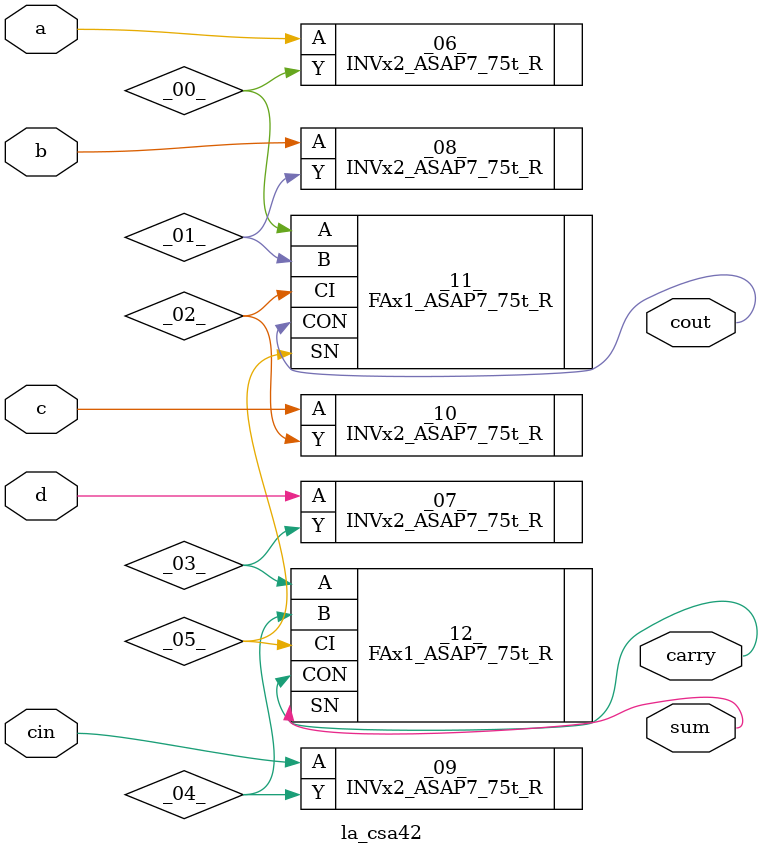
<source format=v>

/* Generated by Yosys 0.44 (git sha1 80ba43d26, g++ 11.4.0-1ubuntu1~22.04 -fPIC -O3) */

(* top =  1  *)
(* src = "inputs/la_csa42.v:10.1-28.10" *)
module la_csa42 (
    a,
    b,
    c,
    d,
    cin,
    sum,
    carry,
    cout
);
  (* force_downto = 32'b00000000000000000000000000000001 *)
  (* src = "/home/pgadfort/.sc/cache/lambdapdk-v0.1.33/lambdapdk/asap7/libs/asap7sc7p5t_rvt/techmap/yosys/cells_adders.v:6.25-6.26" *)
  wire _00_;
  (* force_downto = 32'b00000000000000000000000000000001 *)
      (* src = "/home/pgadfort/.sc/cache/lambdapdk-v0.1.33/lambdapdk/asap7/libs/asap7sc7p5t_rvt/techmap/yosys/cells_adders.v:6.28-6.29" *)
  wire _01_;
  (* force_downto = 32'b00000000000000000000000000000001 *)
      (* src = "/home/pgadfort/.sc/cache/lambdapdk-v0.1.33/lambdapdk/asap7/libs/asap7sc7p5t_rvt/techmap/yosys/cells_adders.v:6.31-6.32" *)
  wire _02_;
  (* force_downto = 32'b00000000000000000000000000000001 *)
      (* src = "/home/pgadfort/.sc/cache/lambdapdk-v0.1.33/lambdapdk/asap7/libs/asap7sc7p5t_rvt/techmap/yosys/cells_adders.v:6.25-6.26" *)
  wire _03_;
  (* force_downto = 32'b00000000000000000000000000000001 *)
      (* src = "/home/pgadfort/.sc/cache/lambdapdk-v0.1.33/lambdapdk/asap7/libs/asap7sc7p5t_rvt/techmap/yosys/cells_adders.v:6.28-6.29" *)
  wire _04_;
  (* force_downto = 32'b00000000000000000000000000000001 *)
      (* src = "/home/pgadfort/.sc/cache/lambdapdk-v0.1.33/lambdapdk/asap7/libs/asap7sc7p5t_rvt/techmap/yosys/cells_adders.v:6.31-6.32" *)
  wire _05_;
  (* src = "inputs/la_csa42.v:13.12-13.13" *)
  input a;
  wire a;
  (* src = "inputs/la_csa42.v:14.12-14.13" *)
  input b;
  wire b;
  (* src = "inputs/la_csa42.v:15.12-15.13" *)
  input c;
  wire c;
  (* src = "inputs/la_csa42.v:19.12-19.17" *)
  output carry;
  wire carry;
  (* src = "inputs/la_csa42.v:17.12-17.15" *)
  input cin;
  wire cin;
  (* src = "inputs/la_csa42.v:20.12-20.16" *)
  output cout;
  wire cout;
  (* src = "inputs/la_csa42.v:16.12-16.13" *)
  input d;
  wire d;
  (* src = "inputs/la_csa42.v:18.12-18.15" *)
  output sum;
  wire sum;
  INVx2_ASAP7_75t_R _06_ (
      .A(a),
      .Y(_00_)
  );
  INVx2_ASAP7_75t_R _07_ (
      .A(d),
      .Y(_03_)
  );
  INVx2_ASAP7_75t_R _08_ (
      .A(b),
      .Y(_01_)
  );
  INVx2_ASAP7_75t_R _09_ (
      .A(cin),
      .Y(_04_)
  );
  INVx2_ASAP7_75t_R _10_ (
      .A(c),
      .Y(_02_)
  );
  (* module_not_derived = 32'b00000000000000000000000000000001 *)
      (* src = "/home/pgadfort/.sc/cache/lambdapdk-v0.1.33/lambdapdk/asap7/libs/asap7sc7p5t_rvt/techmap/yosys/cells_adders.v:44.26-46.12" *)
  FAx1_ASAP7_75t_R _11_ (
      .A  (_00_),
      .B  (_01_),
      .CI (_02_),
      .CON(cout),
      .SN (_05_)
  );
  (* module_not_derived = 32'b00000000000000000000000000000001 *)
      (* src = "/home/pgadfort/.sc/cache/lambdapdk-v0.1.33/lambdapdk/asap7/libs/asap7sc7p5t_rvt/techmap/yosys/cells_adders.v:44.26-46.12" *)
  FAx1_ASAP7_75t_R _12_ (
      .A  (_03_),
      .B  (_04_),
      .CI (_05_),
      .CON(carry),
      .SN (sum)
  );
endmodule

</source>
